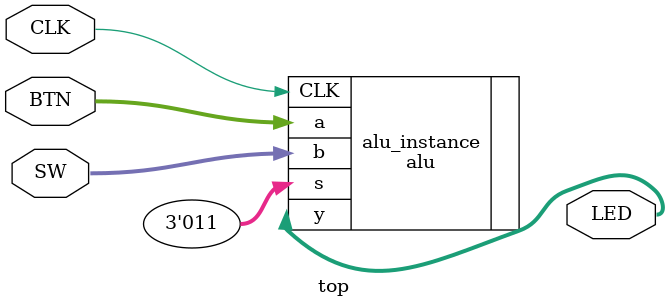
<source format=v>
`timescale 1ns / 1ps


module top(
    input wire CLK,
    input wire [3:0] SW,
    input wire [3:0] BTN,
    output wire [3:0] LED
    );
    
    alu alu_instance(
    .CLK(CLK),
    .a(BTN),
    .b(SW),
    .s(3'b011),
    .y(LED)
    );
endmodule

</source>
